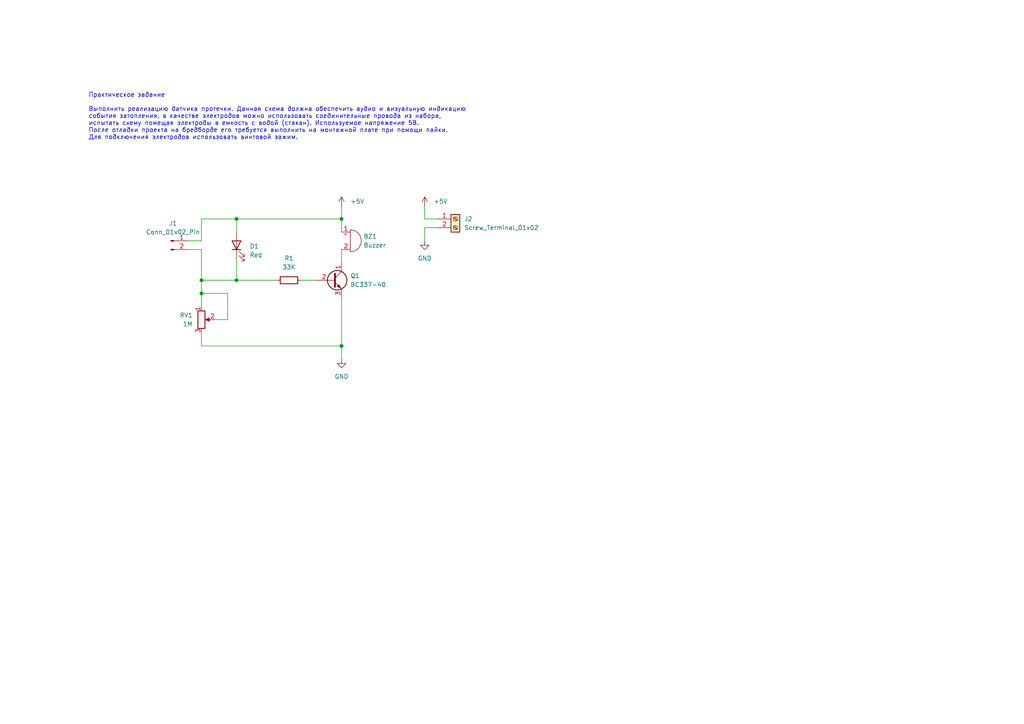
<source format=kicad_sch>
(kicad_sch (version 20231120) (generator "eeschema") (generator_version "8.0")
  (paper "A4")
  (lib_symbols
    (symbol "Connector:Conn_01x02_Pin" (pin_names (offset 1.016) hide)
      (property "Reference" "J" (at 0 2.54 0))
      (property "Value" "Conn_01x02_Pin" (at 0 -5.08 0))
      (symbol "Conn_01x02_Pin_1_1"
        (polyline (pts (xy 1.27 -2.54) (xy 0.8636 -2.54)) (stroke (width 0.1524)))
        (polyline (pts (xy 1.27 0) (xy 0.8636 0)) (stroke (width 0.1524)))
        (rectangle (start 0.8636 -2.413) (end 0 -2.667) (stroke (width 0.1524)) (fill (type outline)))
        (rectangle (start 0.8636 0.127) (end 0 -0.127) (stroke (width 0.1524)) (fill (type outline)))
        (pin passive line (at 5.08 0 180) (length 3.81) (name "Pin_1") (number "1"))
        (pin passive line (at 5.08 -2.54 180) (length 3.81) (name "Pin_2") (number "2"))
      )
    )
    (symbol "Connector:Screw_Terminal_01x02" (pin_names (offset 1.016) hide)
      (property "Reference" "J" (at 0 2.54 0))
      (property "Value" "Screw_Terminal_01x02" (at 0 -5.08 0))
      (symbol "Screw_Terminal_01x02_1_1"
        (rectangle (start -1.27 1.27) (end 1.27 -3.81) (stroke (width 0.254)) (fill (type background)))
        (circle (center 0 -2.54) (radius 0.635) (stroke (width 0.1524)))
        (polyline (pts (xy -0.5334 -2.2098) (xy 0.3302 -3.048)) (stroke (width 0.1524)))
        (polyline (pts (xy -0.5334 0.3302) (xy 0.3302 -0.508)) (stroke (width 0.1524)))
        (polyline (pts (xy -0.3556 -2.032) (xy 0.508 -2.8702)) (stroke (width 0.1524)))
        (polyline (pts (xy -0.3556 0.508) (xy 0.508 -0.3302)) (stroke (width 0.1524)))
        (circle (center 0 0) (radius 0.635) (stroke (width 0.1524)))
        (pin passive line (at -5.08 0 0) (length 3.81) (name "Pin_1") (number "1"))
        (pin passive line (at -5.08 -2.54 0) (length 3.81) (name "Pin_2") (number "2"))
      )
    )
    (symbol "Device:Buzzer" (pin_names (offset 0.0254) hide)
      (property "Reference" "BZ" (at 3.81 1.27 0))
      (property "Value" "Buzzer" (at 3.81 -1.27 0))
      (symbol "Buzzer_0_1"
        (arc (start 0 -3.175) (mid 3.1612 0) (end 0 3.175))
        (polyline (pts (xy -1.651 1.905) (xy -1.143 1.905)))
        (polyline (pts (xy -1.397 2.159) (xy -1.397 1.651)))
        (polyline (pts (xy 0 3.175) (xy 0 -3.175)))
      )
      (symbol "Buzzer_1_1"
        (pin passive line (at -2.54 2.54 0) (length 2.54) (name "+") (number "1"))
        (pin passive line (at -2.54 -2.54 0) (length 2.54) (name "-") (number "2"))
      )
    )
    (symbol "Device:LED" (pin_numbers hide) (pin_names (offset 1.016) hide)
      (property "Reference" "D" (at 0 2.54 0))
      (property "Value" "LED" (at 0 -2.54 0))
      (symbol "LED_0_1"
        (polyline (pts (xy -1.27 -1.27) (xy -1.27 1.27)) (stroke (width 0.254)))
        (polyline (pts (xy -1.27 0) (xy 1.27 0)))
        (polyline (pts (xy 1.27 -1.27) (xy 1.27 1.27) (xy -1.27 0) (xy 1.27 -1.27)) (stroke (width 0.254)))
        (polyline (pts (xy -3.048 -0.762) (xy -4.572 -2.286) (xy -3.81 -2.286) (xy -4.572 -2.286) (xy -4.572 -1.524)))
        (polyline (pts (xy -1.778 -0.762) (xy -3.302 -2.286) (xy -2.54 -2.286) (xy -3.302 -2.286) (xy -3.302 -1.524)))
      )
      (symbol "LED_1_1"
        (pin passive line (at -3.81 0 0) (length 2.54) (name "K") (number "1"))
        (pin passive line (at 3.81 0 180) (length 2.54) (name "A") (number "2"))
      )
    )
    (symbol "Device:R" (pin_numbers hide) (pin_names (offset 0))
      (property "Reference" "R" (at 2.032 0 90))
      (property "Value" "R" (at 0 0 90))
      (symbol "R_0_1"
        (rectangle (start -1.016 -2.54) (end 1.016 2.54) (stroke (width 0.254)))
      )
      (symbol "R_1_1"
        (pin passive line (at 0 3.81 270) (length 1.27) (name "~") (number "1"))
        (pin passive line (at 0 -3.81 90) (length 1.27) (name "~") (number "2"))
      )
    )
    (symbol "Device:R_Potentiometer" (pin_names (offset 1.016) hide)
      (property "Reference" "RV" (at -4.445 0 90))
      (property "Value" "R_Potentiometer" (at -2.54 0 90))
      (symbol "R_Potentiometer_0_1"
        (polyline (pts (xy 2.54 0) (xy 1.524 0)))
        (polyline (pts (xy 1.143 0) (xy 2.286 0.508) (xy 2.286 -0.508) (xy 1.143 0)) (fill (type outline)))
        (rectangle (start 1.016 2.54) (end -1.016 -2.54) (stroke (width 0.254)))
      )
      (symbol "R_Potentiometer_1_1"
        (pin passive line (at 0 3.81 270) (length 1.27) (name "1") (number "1"))
        (pin passive line (at 3.81 0 180) (length 1.27) (name "2") (number "2"))
        (pin passive line (at 0 -3.81 90) (length 1.27) (name "3") (number "3"))
      )
    )
    (symbol "Transistor_BJT:BC337" (pin_names (offset 0) hide)
      (property "Reference" "Q" (at 5.08 1.905 0))
      (property "Value" "BC337" (at 5.08 0 0))
      (symbol "BC337_0_1"
        (polyline (pts (xy 0 0) (xy 0.635 0)))
        (polyline (pts (xy 0.635 0.635) (xy 2.54 2.54)))
        (polyline (pts (xy 0.635 -0.635) (xy 2.54 -2.54) (xy 2.54 -2.54)))
        (polyline (pts (xy 0.635 1.905) (xy 0.635 -1.905) (xy 0.635 -1.905)) (stroke (width 0.508)))
        (polyline (pts (xy 1.27 -1.778) (xy 1.778 -1.27) (xy 2.286 -2.286) (xy 1.27 -1.778) (xy 1.27 -1.778)) (fill (type outline)))
        (circle (center 1.27 0) (radius 2.8194) (stroke (width 0.254)))
      )
      (symbol "BC337_1_1"
        (pin passive line (at 2.54 5.08 270) (length 2.54) (name "C") (number "1"))
        (pin input line (at -5.08 0 0) (length 5.08) (name "B") (number "2"))
        (pin passive line (at 2.54 -5.08 90) (length 2.54) (name "E") (number "3"))
      )
    )
    (symbol "power:+3.3V" (power) (pin_numbers hide) (pin_names (offset 0) hide)
      (property "Value" "+3.3V" (at 0 3.556 0))
      (symbol "+3.3V_0_1"
        (polyline (pts (xy -0.762 1.27) (xy 0 2.54)))
        (polyline (pts (xy 0 0) (xy 0 2.54)))
        (polyline (pts (xy 0 2.54) (xy 0.762 1.27)))
      )
      (symbol "+3.3V_1_1"
        (pin power_in line (at 0 0 90) (length 0) (name "~") (number "1"))
      )
    )
    (symbol "power:GND" (power) (pin_numbers hide) (pin_names (offset 0) hide)
      (property "Value" "GND" (at 0 -3.81 0))
      (symbol "GND_0_1"
        (polyline (pts (xy 0 0) (xy 0 -1.27) (xy 1.27 -1.27) (xy 0 -2.54) (xy -1.27 -1.27) (xy 0 -1.27)))
      )
      (symbol "GND_1_1"
        (pin power_in line (at 0 0 270) (length 0) (name "~") (number "1"))
      )
    )
  )
  (junction (at 68.58 63.5))
  (junction (at 99.06 63.5))
  (junction (at 99.06 100.33))
  (junction (at 58.42 85.09))
  (junction (at 68.58 81.28))
  (junction (at 58.42 81.28))
  (wire (pts (xy 58.42 96.52) (xy 58.42 100.33)))
  (wire (pts (xy 99.06 72.39) (xy 99.06 76.2)))
  (wire (pts (xy 68.58 63.5) (xy 99.06 63.5)))
  (wire (pts (xy 127 63.5) (xy 123.19 63.5)))
  (wire (pts (xy 58.42 85.09) (xy 58.42 88.9)))
  (wire (pts (xy 66.04 85.09) (xy 58.42 85.09)))
  (wire (pts (xy 127 66.04) (xy 123.19 66.04)))
  (wire (pts (xy 58.42 69.85) (xy 58.42 63.5)))
  (wire (pts (xy 58.42 72.39) (xy 58.42 81.28)))
  (wire (pts (xy 62.23 92.71) (xy 66.04 92.71)))
  (wire (pts (xy 87.63 81.28) (xy 91.44 81.28)))
  (wire (pts (xy 68.58 74.93) (xy 68.58 81.28)))
  (wire (pts (xy 99.06 59.69) (xy 99.06 63.5)))
  (wire (pts (xy 66.04 92.71) (xy 66.04 85.09)))
  (wire (pts (xy 123.19 59.69) (xy 123.19 63.5)))
  (wire (pts (xy 58.42 85.09) (xy 58.42 81.28)))
  (wire (pts (xy 99.06 86.36) (xy 99.06 100.33)))
  (wire (pts (xy 58.42 63.5) (xy 68.58 63.5)))
  (wire (pts (xy 58.42 81.28) (xy 68.58 81.28)))
  (wire (pts (xy 54.61 72.39) (xy 58.42 72.39)))
  (wire (pts (xy 68.58 81.28) (xy 80.01 81.28)))
  (wire (pts (xy 54.61 69.85) (xy 58.42 69.85)))
  (wire (pts (xy 99.06 104.14) (xy 99.06 100.33)))
  (wire (pts (xy 123.19 66.04) (xy 123.19 69.85)))
  (wire (pts (xy 58.42 100.33) (xy 99.06 100.33)))
  (wire (pts (xy 99.06 63.5) (xy 99.06 67.31)))
  (wire (pts (xy 68.58 63.5) (xy 68.58 67.31)))
  (text "Практическое задание\n\nВыполнить реализацию датчика протечки. Данная схема должна обеспечить аудио и визуальную индикацию\nсобытия затопления, в качестве электродов можно использовать соединительные провода из набора, \nиспытать схему помещая электроды в емкость с водой (стакан). Используемое напряжение 5В. \nПосле отладки проекта на бредборде его требуется выполнить на монтажной плате при помощи пайки. \nДля подключения электродов использовать винтовой зажим." (at 25.654 26.924 0) (effects (font (size 1.27 1.27)) (justify left top)))
  (symbol (lib_id "Device:Buzzer") (at 101.6 69.85 0) (unit 1)
    (property "Reference" "BZ1" (at 105.41 68.5799 0) (effects (justify left)))
    (property "Value" "Buzzer" (at 105.41 71.1199 0) (effects (justify left)))
    (property "Footprint" "Buzzer_Beeper:Buzzer_15x7.5RM7.6" (effects (hide yes)))
    (property "Description" "Buzzer, polarized" (effects (hide yes)))
  )
  (symbol (lib_id "Connector:Conn_01x02_Pin") (at 49.53 69.85 0) (unit 1)
    (property "Reference" "J1" (at 50.165 64.77 0))
    (property "Value" "Conn_01x02_Pin" (at 50.165 67.31 0))
    (property "Footprint" "Connector_JST:JST_PH_B2B-PH-K_1x02_P2.00mm_Vertical" (effects (hide yes)))
    (property "Description" "Generic connector, single row, 01x02, script generated" (effects (hide yes)))
  )
  (symbol (lib_id "power:GND") (at 123.19 69.85 0) (unit 1)
    (property "Reference" "#PWR04" (effects (hide yes)))
    (property "Value" "GND" (at 123.19 74.93 0))
    (property "Description" "Power symbol creates a global label with name \"GND\" , ground" (effects (hide yes)))
  )
  (symbol (lib_id "Transistor_BJT:BC337") (at 96.52 81.28 0) (unit 1)
    (property "Reference" "Q1" (at 101.6 80.0099 0) (effects (justify left)))
    (property "Value" "BC337-40" (at 101.6 82.5499 0) (effects (justify left)))
    (property "Footprint" "Package_TO_SOT_THT:TO-92_Inline" (effects (hide yes)))
    (property "Datasheet" "https://diotec.com/tl_files/diotec/files/pdf/datasheets/bc337.pdf" (effects (hide yes)))
    (property "Description" "0.8A Ic, 45V Vce, NPN Transistor, TO-92" (effects (hide yes)))
  )
  (symbol (lib_id "power:+3.3V") (at 123.19 59.69 0) (unit 1)
    (property "Reference" "#PWR03" (effects (hide yes)))
    (property "Value" "+5V" (at 125.73 58.4199 0) (effects (justify left)))
    (property "Description" "Power symbol creates a global label with name \"+3.3V\"" (effects (hide yes)))
  )
  (symbol (lib_id "Device:R_Potentiometer") (at 58.42 92.71 0) (unit 1)
    (property "Reference" "RV1" (at 55.88 91.4399 0) (effects (justify right)))
    (property "Value" "1M" (at 55.88 93.9799 0) (effects (justify right)))
    (property "Footprint" "Potentiometer_THT:Potentiometer_Bourns_3266Y_Vertical" (effects (hide yes)))
    (property "Description" "Potentiometer" (effects (hide yes)))
  )
  (symbol (lib_id "Device:LED") (at 68.58 71.12 90) (unit 1)
    (property "Reference" "D1" (at 72.39 71.4374 90) (effects (justify right)))
    (property "Value" "Red" (at 72.39 73.9774 90) (effects (justify right)))
    (property "Footprint" "LED_THT:LED_D5.0mm" (effects (hide yes)))
    (property "Description" "Light emitting diode" (effects (hide yes)))
  )
  (symbol (lib_id "Device:R") (at 83.82 81.28 270) (unit 1)
    (property "Reference" "R1" (at 83.82 74.93 90))
    (property "Value" "33K" (at 83.82 77.47 90))
    (property "Footprint" "Resistor_THT:R_Axial_DIN0207_L6.3mm_D2.5mm_P10.16mm_Horizontal" (effects (hide yes)))
    (property "Description" "Resistor" (effects (hide yes)))
  )
  (symbol (lib_id "power:+3.3V") (at 99.06 59.69 0) (unit 1)
    (property "Reference" "#PWR01" (effects (hide yes)))
    (property "Value" "+5V" (at 101.6 58.4199 0) (effects (justify left)))
    (property "Description" "Power symbol creates a global label with name \"+3.3V\"" (effects (hide yes)))
  )
  (symbol (lib_id "power:GND") (at 99.06 104.14 0) (unit 1)
    (property "Reference" "#PWR02" (effects (hide yes)))
    (property "Value" "GND" (at 99.06 109.22 0))
    (property "Description" "Power symbol creates a global label with name \"GND\" , ground" (effects (hide yes)))
  )
  (symbol (lib_id "Connector:Screw_Terminal_01x02") (at 132.08 63.5 0) (unit 1)
    (property "Reference" "J2" (at 134.62 63.4999 0) (effects (justify left)))
    (property "Value" "Screw_Terminal_01x02" (at 134.62 66.0399 0) (effects (justify left)))
    (property "Footprint" "mipt:FK301-5.0" (effects (hide yes)))
    (property "Description" "Generic screw terminal, single row, 01x02, script generated (kicad-library-utils/schlib/autogen/connector/)" (effects (hide yes)))
  )
)
</source>
